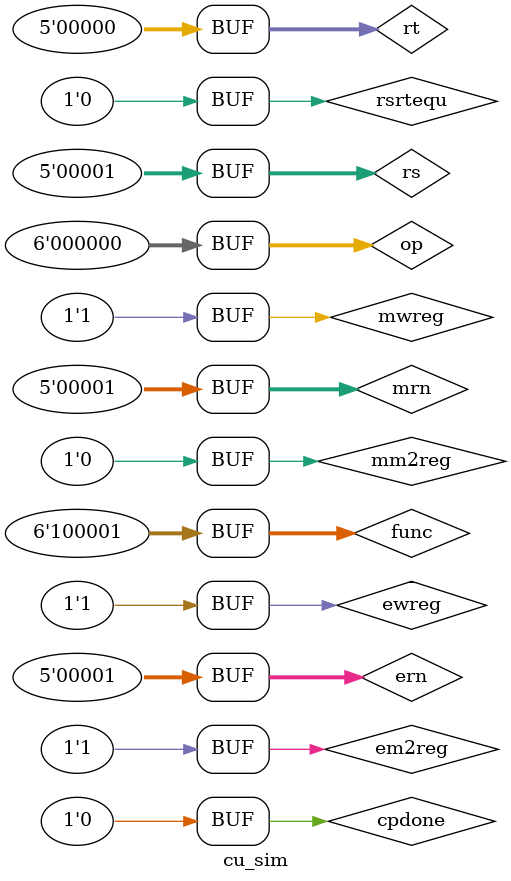
<source format=v>
`timescale 1ns / 1ps


module cu_sim();
    reg mwreg,ewreg,em2reg,mm2reg,rsrtequ;
    reg [4:0] mrn,ern,rs,rt;
    reg [5:0] func,op;
    
    reg cpdone;//use to judge whether the compare is successful

    wire jalr;
    wire [3:0] aluc;
    wire [1:0] pcsource;
    wire [1:0] fwda,fwdb;//foewarding
    wire nostall; //stall pipeline due to lw dependent
    wire wreg,m2reg,wmem,regrt,aluimm,sext,shift,jal;
    wire [1:0] compare;//use to compare the value

    wire [2:0] lmem;// get bit
    wire [1:0] smem;//save bit
    pipeidcu cu(mwreg,mrn,ern,ewreg,em2reg,mm2reg,rsrtequ,func,op,rs,rt,
    wreg,m2reg,wmem,aluc,regrt,aluimm,fwda,fwdb,nostall,sext,pcsource,shift,jal,jalr,
    compare,cpdone,lmem,smem);
    always 
    begin
        mwreg = 1;
        ewreg = 1;
        em2reg = 1;
        mm2reg = 0;
        rsrtequ = 0;
        mrn = 5'b00001;
        ern = 5'b00001;
        rs = 5'b00001;
        rt = 5'b00000;
        
        func = 6'b100001;
        op = 6'b000000;
        cpdone = 0;
    #500;
    end
endmodule

</source>
